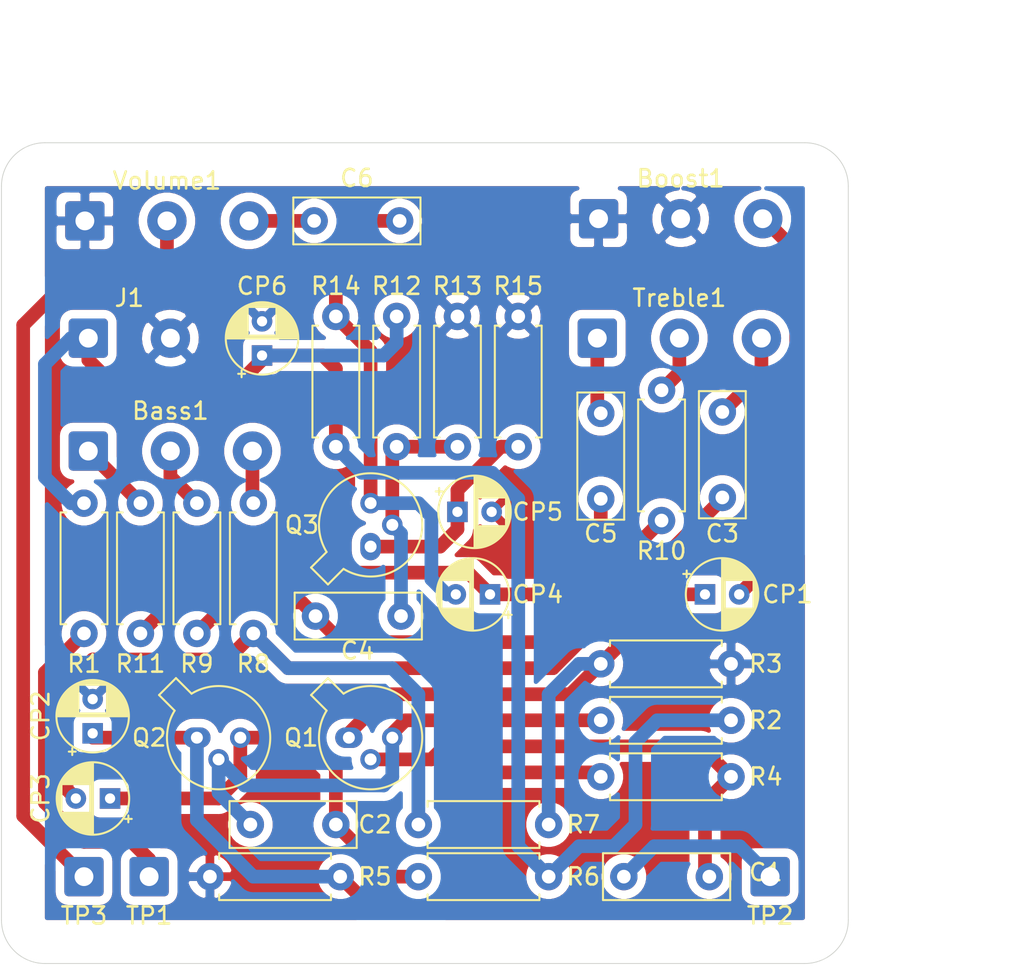
<source format=kicad_pcb>
(kicad_pcb (version 20171130) (host pcbnew 5.1.8+dfsg1-1~bpo10+1)
  (layers (0 F.Cu signal) (31 B.Cu signal) (34 B.Paste user) (35 F.Paste user) (36 B.SilkS user) (37 F.SilkS user) (38 B.Mask user) (39 F.Mask user) (44 Edge.Cuts user))
  (net 0 "")
  (net 1 GND)
  (net 2 +9V)
  (net 3 "Net-(Bass1-Pad3)")
  (net 4 "Net-(Bass1-Pad2)")
  (net 5 "Net-(Bass1-Pad1)")
  (net 6 "Net-(Boost1-Pad3)")
  (net 7 "Net-(C1-Pad2)")
  (net 8 "Net-(C1-Pad1)")
  (net 9 "Net-(C2-Pad1)")
  (net 10 "Net-(C2-Pad2)")
  (net 11 "Net-(C3-Pad2)")
  (net 12 "Net-(C3-Pad1)")
  (net 13 "Net-(C4-Pad2)")
  (net 14 "Net-(C4-Pad1)")
  (net 15 "Net-(C5-Pad1)")
  (net 16 "Net-(C5-Pad2)")
  (net 17 "Net-(C6-Pad1)")
  (net 18 "Net-(C6-Pad2)")
  (net 19 "Net-(CP1-Pad1)")
  (net 20 "Net-(CP2-Pad1)")
  (net 21 "Net-(CP5-Pad1)")
  (net 22 "Net-(R1-Pad2)")
  (net 23 "Net-(R10-Pad1)")
  (net 24 "Net-(TP3-Pad1)")
  (module Connector_Wire:SolderWire-0.5sqmm_1x03_P4.8mm_D0.9mm_OD2.3mm (layer F.Cu) (at 157.48 62.484)
    (fp_text reference Bass1 (at 4.8 -2.35) (layer F.SilkS))
    (fp_text value B100K)
    (pad 3 thru_hole circle (at 9.6 0) (size 2.3 2.3) (drill 1.1) (layers *.Cu *.Mask) (net 3 "Net-(Bass1-Pad3)"))
    (pad 2 thru_hole circle (at 4.8 0) (size 2.3 2.3) (drill 1.1) (layers *.Cu *.Mask) (net 4 "Net-(Bass1-Pad2)"))
    (pad 1 thru_hole roundrect (at 0 0) (size 2.3 2.3) (drill 1.1) (layers *.Cu *.Mask) (roundrect_rratio 0.108696) (net 5 "Net-(Bass1-Pad1)"))
  )
  (module Connector_Wire:SolderWire-0.5sqmm_1x03_P4.8mm_D0.9mm_OD2.3mm (layer F.Cu) (at 187.325 48.895)
    (fp_text reference Boost1 (at 4.8 -2.35) (layer F.SilkS))
    (fp_text value B10K)
    (pad 3 thru_hole circle (at 9.6 0) (size 2.3 2.3) (drill 1.1) (layers *.Cu *.Mask) (net 6 "Net-(Boost1-Pad3)"))
    (pad 2 thru_hole circle (at 4.8 0) (size 2.3 2.3) (drill 1.1) (layers *.Cu *.Mask) (net 1 GND))
    (pad 1 thru_hole roundrect (at 0 0) (size 2.3 2.3) (drill 1.1) (layers *.Cu *.Mask) (roundrect_rratio 0.108696) (net 1 GND))
  )
  (module Capacitor_THT:C_Rect_L7.2mm_W2.5mm_P5.00mm_FKS2_FKP2_MKS2_MKP2 (layer F.Cu) (at 193.802 87.376 180)
    (fp_text reference C1 (at -3.302 0.254) (layer F.SilkS))
    (fp_text value 220nF)
    (pad 2 thru_hole circle (at 5 0 180) (size 1.6 1.6) (drill 0.8) (layers *.Cu *.Mask) (net 7 "Net-(C1-Pad2)"))
    (pad 1 thru_hole circle (at 0 0 180) (size 1.6 1.6) (drill 0.8) (layers *.Cu *.Mask) (net 8 "Net-(C1-Pad1)"))
  )
  (module Capacitor_THT:C_Rect_L7.2mm_W2.5mm_P5.00mm_FKS2_FKP2_MKS2_MKP2 (layer F.Cu) (at 171.958 84.328 180)
    (fp_text reference C2 (at -2.286 0) (layer F.SilkS))
    (fp_text value 470pF)
    (pad 1 thru_hole circle (at 0 0 180) (size 1.6 1.6) (drill 0.8) (layers *.Cu *.Mask) (net 9 "Net-(C2-Pad1)"))
    (pad 2 thru_hole circle (at 5 0 180) (size 1.6 1.6) (drill 0.8) (layers *.Cu *.Mask) (net 10 "Net-(C2-Pad2)"))
  )
  (module Capacitor_THT:C_Rect_L7.2mm_W2.5mm_P5.00mm_FKS2_FKP2_MKS2_MKP2 (layer F.Cu) (at 194.564 60.198 270)
    (fp_text reference C3 (at 7.112 0 180) (layer F.SilkS))
    (fp_text value 10nF)
    (pad 2 thru_hole circle (at 5 0 270) (size 1.6 1.6) (drill 0.8) (layers *.Cu *.Mask) (net 11 "Net-(C3-Pad2)"))
    (pad 1 thru_hole circle (at 0 0 270) (size 1.6 1.6) (drill 0.8) (layers *.Cu *.Mask) (net 12 "Net-(C3-Pad1)"))
  )
  (module Capacitor_THT:C_Rect_L7.2mm_W2.5mm_P5.00mm_FKS2_FKP2_MKS2_MKP2 (layer F.Cu) (at 175.768 72.136 180)
    (fp_text reference C4 (at 2.54 -2.032) (layer F.SilkS))
    (fp_text value 100nF)
    (pad 2 thru_hole circle (at 5 0 180) (size 1.6 1.6) (drill 0.8) (layers *.Cu *.Mask) (net 13 "Net-(C4-Pad2)"))
    (pad 1 thru_hole circle (at 0 0 180) (size 1.6 1.6) (drill 0.8) (layers *.Cu *.Mask) (net 14 "Net-(C4-Pad1)"))
  )
  (module Capacitor_THT:C_Rect_L7.2mm_W2.5mm_P5.00mm_FKS2_FKP2_MKS2_MKP2 (layer F.Cu) (at 187.452 65.278 90)
    (fp_text reference C5 (at -2.032 0 180) (layer F.SilkS))
    (fp_text value 10nF)
    (pad 1 thru_hole circle (at 0 0 90) (size 1.6 1.6) (drill 0.8) (layers *.Cu *.Mask) (net 15 "Net-(C5-Pad1)"))
    (pad 2 thru_hole circle (at 5 0 90) (size 1.6 1.6) (drill 0.8) (layers *.Cu *.Mask) (net 16 "Net-(C5-Pad2)"))
  )
  (module Capacitor_THT:C_Rect_L7.2mm_W2.5mm_P5.00mm_FKS2_FKP2_MKS2_MKP2 (layer F.Cu) (at 170.688 49.022)
    (fp_text reference C6 (at 2.5 -2.5) (layer F.SilkS))
    (fp_text value 220nF)
    (pad 1 thru_hole circle (at 0 0) (size 1.6 1.6) (drill 0.8) (layers *.Cu *.Mask) (net 17 "Net-(C6-Pad1)"))
    (pad 2 thru_hole circle (at 5 0) (size 1.6 1.6) (drill 0.8) (layers *.Cu *.Mask) (net 18 "Net-(C6-Pad2)"))
  )
  (module Capacitor_THT:CP_Radial_D4.0mm_P2.00mm (layer F.Cu) (at 193.548 70.866)
    (fp_text reference CP1 (at 4.826 0) (layer F.SilkS))
    (fp_text value 10uF)
    (pad 2 thru_hole circle (at 2 0) (size 1.2 1.2) (drill 0.6) (layers *.Cu *.Mask) (net 6 "Net-(Boost1-Pad3)"))
    (pad 1 thru_hole rect (at 0 0) (size 1.2 1.2) (drill 0.6) (layers *.Cu *.Mask) (net 19 "Net-(CP1-Pad1)"))
  )
  (module Capacitor_THT:CP_Radial_D4.0mm_P2.00mm (layer F.Cu) (at 157.734 78.994 90)
    (fp_text reference CP2 (at 1.016 -3.048 270) (layer F.SilkS))
    (fp_text value 22uF)
    (pad 1 thru_hole rect (at 0 0 90) (size 1.2 1.2) (drill 0.6) (layers *.Cu *.Mask) (net 20 "Net-(CP2-Pad1)"))
    (pad 2 thru_hole circle (at 2 0 90) (size 1.2 1.2) (drill 0.6) (layers *.Cu *.Mask) (net 1 GND))
  )
  (module Capacitor_THT:CP_Radial_D4.0mm_P2.00mm (layer F.Cu) (at 158.75 82.804 180)
    (fp_text reference CP3 (at 4.064 0 90) (layer F.SilkS))
    (fp_text value 4.7uF)
    (pad 2 thru_hole circle (at 2 0 180) (size 1.2 1.2) (drill 0.6) (layers *.Cu *.Mask) (net 11 "Net-(C3-Pad2)"))
    (pad 1 thru_hole rect (at 0 0 180) (size 1.2 1.2) (drill 0.6) (layers *.Cu *.Mask) (net 9 "Net-(C2-Pad1)"))
  )
  (module Capacitor_THT:CP_Radial_D4.0mm_P2.00mm (layer F.Cu) (at 180.975 70.866 180)
    (fp_text reference CP4 (at -2.794 0) (layer F.SilkS))
    (fp_text value 4.7uF)
    (pad 1 thru_hole rect (at 0 0 180) (size 1.2 1.2) (drill 0.6) (layers *.Cu *.Mask) (net 15 "Net-(C5-Pad1)"))
    (pad 2 thru_hole circle (at 2 0 180) (size 1.2 1.2) (drill 0.6) (layers *.Cu *.Mask) (net 18 "Net-(C6-Pad2)"))
  )
  (module Capacitor_THT:CP_Radial_D4.0mm_P2.00mm (layer F.Cu) (at 179.07 66.04)
    (fp_text reference CP5 (at 4.699 0) (layer F.SilkS))
    (fp_text value 22uF)
    (pad 1 thru_hole rect (at 0 0) (size 1.2 1.2) (drill 0.6) (layers *.Cu *.Mask) (net 21 "Net-(CP5-Pad1)"))
    (pad 2 thru_hole circle (at 2 0) (size 1.2 1.2) (drill 0.6) (layers *.Cu *.Mask) (net 1 GND))
  )
  (module Capacitor_THT:CP_Radial_D4.0mm_P2.00mm (layer F.Cu) (at 167.64 56.896 90)
    (fp_text reference CP6 (at 4.064 0 180) (layer F.SilkS))
    (fp_text value 47uF)
    (pad 2 thru_hole circle (at 2 0 90) (size 1.2 1.2) (drill 0.6) (layers *.Cu *.Mask) (net 1 GND))
    (pad 1 thru_hole rect (at 0 0 90) (size 1.2 1.2) (drill 0.6) (layers *.Cu *.Mask) (net 2 +9V))
  )
  (module Connector_Wire:SolderWire-0.5sqmm_1x02_P4.8mm_D0.9mm_OD2.3mm (layer F.Cu) (at 157.48 55.88)
    (fp_text reference J1 (at 2.4 -2.35) (layer F.SilkS))
    (fp_text value Jack-DC)
    (pad 1 thru_hole roundrect (at 0 0) (size 2.3 2.3) (drill 1.1) (layers *.Cu *.Mask) (roundrect_rratio 0.108696) (net 2 +9V))
    (pad 2 thru_hole circle (at 4.8 0) (size 2.3 2.3) (drill 1.1) (layers *.Cu *.Mask) (net 1 GND))
  )
  (module Package_TO_SOT_THT:TO-18-3 (layer F.Cu) (at 172.72 79.248)
    (fp_text reference Q1 (at -2.794 0) (layer F.SilkS))
    (fp_text value BC109)
    (pad 1 thru_hole oval (at 0 0) (size 1.6 1.2) (drill 0.7) (layers *.Cu *.Mask) (net 19 "Net-(CP1-Pad1)"))
    (pad 2 thru_hole oval (at 1.27 1.27) (size 1.2 1.2) (drill 0.7) (layers *.Cu *.Mask) (net 8 "Net-(C1-Pad1)"))
    (pad 3 thru_hole oval (at 2.54 0) (size 1.2 1.2) (drill 0.7) (layers *.Cu *.Mask) (net 10 "Net-(C2-Pad2)"))
  )
  (module Package_TO_SOT_THT:TO-18-3 (layer F.Cu) (at 163.83 79.248)
    (fp_text reference Q2 (at -2.794 0) (layer F.SilkS))
    (fp_text value BC109)
    (pad 3 thru_hole oval (at 2.54 0) (size 1.2 1.2) (drill 0.7) (layers *.Cu *.Mask) (net 9 "Net-(C2-Pad1)"))
    (pad 2 thru_hole oval (at 1.27 1.27) (size 1.2 1.2) (drill 0.7) (layers *.Cu *.Mask) (net 10 "Net-(C2-Pad2)"))
    (pad 1 thru_hole oval (at 0 0) (size 1.6 1.2) (drill 0.7) (layers *.Cu *.Mask) (net 20 "Net-(CP2-Pad1)"))
  )
  (module Package_TO_SOT_THT:TO-18-3 (layer F.Cu) (at 173.99 68.072 90)
    (fp_text reference Q3 (at 1.27 -4.02 180) (layer F.SilkS))
    (fp_text value BC109)
    (pad 1 thru_hole oval (at 0 0 90) (size 1.6 1.2) (drill 0.7) (layers *.Cu *.Mask) (net 21 "Net-(CP5-Pad1)"))
    (pad 2 thru_hole oval (at 1.27 1.27 90) (size 1.2 1.2) (drill 0.7) (layers *.Cu *.Mask) (net 14 "Net-(C4-Pad1)"))
    (pad 3 thru_hole oval (at 2.54 0 90) (size 1.2 1.2) (drill 0.7) (layers *.Cu *.Mask) (net 18 "Net-(C6-Pad2)"))
  )
  (module Resistor_THT:R_Axial_DIN0207_L6.3mm_D2.5mm_P7.62mm_Horizontal (layer F.Cu) (at 157.226 65.532 270)
    (fp_text reference R1 (at 9.398 0 180) (layer F.SilkS))
    (fp_text value 10K)
    (pad 2 thru_hole oval (at 7.62 0 270) (size 1.6 1.6) (drill 0.8) (layers *.Cu *.Mask) (net 22 "Net-(R1-Pad2)"))
    (pad 1 thru_hole circle (at 0 0 270) (size 1.6 1.6) (drill 0.8) (layers *.Cu *.Mask) (net 2 +9V))
  )
  (module Resistor_THT:R_Axial_DIN0207_L6.3mm_D2.5mm_P7.62mm_Horizontal (layer F.Cu) (at 195.072 78.232 180)
    (fp_text reference R2 (at -2.032 0) (layer F.SilkS))
    (fp_text value 100K)
    (pad 2 thru_hole oval (at 7.62 0 180) (size 1.6 1.6) (drill 0.8) (layers *.Cu *.Mask) (net 10 "Net-(C2-Pad2)"))
    (pad 1 thru_hole circle (at 0 0 180) (size 1.6 1.6) (drill 0.8) (layers *.Cu *.Mask) (net 2 +9V))
  )
  (module Resistor_THT:R_Axial_DIN0207_L6.3mm_D2.5mm_P7.62mm_Horizontal (layer F.Cu) (at 187.452 74.93)
    (fp_text reference R3 (at 9.652 0) (layer F.SilkS))
    (fp_text value 6.8K)
    (pad 1 thru_hole circle (at 0 0) (size 1.6 1.6) (drill 0.8) (layers *.Cu *.Mask) (net 19 "Net-(CP1-Pad1)"))
    (pad 2 thru_hole oval (at 7.62 0) (size 1.6 1.6) (drill 0.8) (layers *.Cu *.Mask) (net 1 GND))
  )
  (module Resistor_THT:R_Axial_DIN0207_L6.3mm_D2.5mm_P7.62mm_Horizontal (layer F.Cu) (at 195.072 81.534 180)
    (fp_text reference R4 (at -2.032 0) (layer F.SilkS))
    (fp_text value 150K)
    (pad 1 thru_hole circle (at 0 0 180) (size 1.6 1.6) (drill 0.8) (layers *.Cu *.Mask) (net 8 "Net-(C1-Pad1)"))
    (pad 2 thru_hole oval (at 7.62 0 180) (size 1.6 1.6) (drill 0.8) (layers *.Cu *.Mask) (net 20 "Net-(CP2-Pad1)"))
  )
  (module Resistor_THT:R_Axial_DIN0207_L6.3mm_D2.5mm_P7.62mm_Horizontal (layer F.Cu) (at 172.212 87.376 180)
    (fp_text reference R5 (at -2.032 0) (layer F.SilkS))
    (fp_text value 470)
    (pad 2 thru_hole oval (at 7.62 0 180) (size 1.6 1.6) (drill 0.8) (layers *.Cu *.Mask) (net 1 GND))
    (pad 1 thru_hole circle (at 0 0 180) (size 1.6 1.6) (drill 0.8) (layers *.Cu *.Mask) (net 20 "Net-(CP2-Pad1)"))
  )
  (module Resistor_THT:R_Axial_DIN0207_L6.3mm_D2.5mm_P7.62mm_Horizontal (layer F.Cu) (at 184.404 87.376 180)
    (fp_text reference R6 (at -2.032 0) (layer F.SilkS))
    (fp_text value 2K)
    (pad 2 thru_hole oval (at 7.62 0 180) (size 1.6 1.6) (drill 0.8) (layers *.Cu *.Mask) (net 9 "Net-(C2-Pad1)"))
    (pad 1 thru_hole circle (at 0 0 180) (size 1.6 1.6) (drill 0.8) (layers *.Cu *.Mask) (net 2 +9V))
  )
  (module Resistor_THT:R_Axial_DIN0207_L6.3mm_D2.5mm_P7.62mm_Horizontal (layer F.Cu) (at 176.784 84.328)
    (fp_text reference R7 (at 9.652 0) (layer F.SilkS))
    (fp_text value 12K)
    (pad 2 thru_hole oval (at 7.62 0) (size 1.6 1.6) (drill 0.8) (layers *.Cu *.Mask) (net 19 "Net-(CP1-Pad1)"))
    (pad 1 thru_hole circle (at 0 0) (size 1.6 1.6) (drill 0.8) (layers *.Cu *.Mask) (net 11 "Net-(C3-Pad2)"))
  )
  (module Resistor_THT:R_Axial_DIN0207_L6.3mm_D2.5mm_P7.62mm_Horizontal (layer F.Cu) (at 167.132 65.532 270)
    (fp_text reference R8 (at 9.398 0 180) (layer F.SilkS))
    (fp_text value 4.7K)
    (pad 1 thru_hole circle (at 0 0 270) (size 1.6 1.6) (drill 0.8) (layers *.Cu *.Mask) (net 3 "Net-(Bass1-Pad3)"))
    (pad 2 thru_hole oval (at 7.62 0 270) (size 1.6 1.6) (drill 0.8) (layers *.Cu *.Mask) (net 11 "Net-(C3-Pad2)"))
  )
  (module Resistor_THT:R_Axial_DIN0207_L6.3mm_D2.5mm_P7.62mm_Horizontal (layer F.Cu) (at 163.83 73.152 90)
    (fp_text reference R9 (at -1.778 0 180) (layer F.SilkS))
    (fp_text value 33K)
    (pad 1 thru_hole circle (at 0 0 90) (size 1.6 1.6) (drill 0.8) (layers *.Cu *.Mask) (net 13 "Net-(C4-Pad2)"))
    (pad 2 thru_hole oval (at 7.62 0 90) (size 1.6 1.6) (drill 0.8) (layers *.Cu *.Mask) (net 4 "Net-(Bass1-Pad2)"))
  )
  (module Resistor_THT:R_Axial_DIN0207_L6.3mm_D2.5mm_P7.62mm_Horizontal (layer F.Cu) (at 191.008 58.928 270)
    (fp_text reference R10 (at 9.398 0 180) (layer F.SilkS))
    (fp_text value 5.1K)
    (pad 1 thru_hole circle (at 0 0 270) (size 1.6 1.6) (drill 0.8) (layers *.Cu *.Mask) (net 23 "Net-(R10-Pad1)"))
    (pad 2 thru_hole oval (at 7.62 0 270) (size 1.6 1.6) (drill 0.8) (layers *.Cu *.Mask) (net 13 "Net-(C4-Pad2)"))
  )
  (module Resistor_THT:R_Axial_DIN0207_L6.3mm_D2.5mm_P7.62mm_Horizontal (layer F.Cu) (at 160.528 73.152 90)
    (fp_text reference R11 (at -1.778 0 180) (layer F.SilkS))
    (fp_text value 4.7K)
    (pad 2 thru_hole oval (at 7.62 0 90) (size 1.6 1.6) (drill 0.8) (layers *.Cu *.Mask) (net 5 "Net-(Bass1-Pad1)"))
    (pad 1 thru_hole circle (at 0 0 90) (size 1.6 1.6) (drill 0.8) (layers *.Cu *.Mask) (net 15 "Net-(C5-Pad1)"))
  )
  (module Resistor_THT:R_Axial_DIN0207_L6.3mm_D2.5mm_P7.62mm_Horizontal (layer F.Cu) (at 175.514 62.23 90)
    (fp_text reference R12 (at 9.398 0 180) (layer F.SilkS))
    (fp_text value 150K)
    (pad 1 thru_hole circle (at 0 0 90) (size 1.6 1.6) (drill 0.8) (layers *.Cu *.Mask) (net 14 "Net-(C4-Pad1)"))
    (pad 2 thru_hole oval (at 7.62 0 90) (size 1.6 1.6) (drill 0.8) (layers *.Cu *.Mask) (net 2 +9V))
  )
  (module Resistor_THT:R_Axial_DIN0207_L6.3mm_D2.5mm_P7.62mm_Horizontal (layer F.Cu) (at 179.07 54.61 270)
    (fp_text reference R13 (at -1.778 0 180) (layer F.SilkS))
    (fp_text value 33K)
    (pad 2 thru_hole oval (at 7.62 0 270) (size 1.6 1.6) (drill 0.8) (layers *.Cu *.Mask) (net 14 "Net-(C4-Pad1)"))
    (pad 1 thru_hole circle (at 0 0 270) (size 1.6 1.6) (drill 0.8) (layers *.Cu *.Mask) (net 1 GND))
  )
  (module Resistor_THT:R_Axial_DIN0207_L6.3mm_D2.5mm_P7.62mm_Horizontal (layer F.Cu) (at 171.958 54.61 270)
    (fp_text reference R14 (at -1.778 0 180) (layer F.SilkS))
    (fp_text value 2K)
    (pad 1 thru_hole circle (at 0 0 270) (size 1.6 1.6) (drill 0.8) (layers *.Cu *.Mask) (net 18 "Net-(C6-Pad2)"))
    (pad 2 thru_hole oval (at 7.62 0 270) (size 1.6 1.6) (drill 0.8) (layers *.Cu *.Mask) (net 2 +9V))
  )
  (module Resistor_THT:R_Axial_DIN0207_L6.3mm_D2.5mm_P7.62mm_Horizontal (layer F.Cu) (at 182.626 54.61 270)
    (fp_text reference R15 (at -1.778 0 180) (layer F.SilkS))
    (fp_text value 470)
    (pad 1 thru_hole circle (at 0 0 270) (size 1.6 1.6) (drill 0.8) (layers *.Cu *.Mask) (net 1 GND))
    (pad 2 thru_hole oval (at 7.62 0 270) (size 1.6 1.6) (drill 0.8) (layers *.Cu *.Mask) (net 21 "Net-(CP5-Pad1)"))
  )
  (module Connector_Wire:SolderWire-0.5sqmm_1x01_D0.9mm_OD2.3mm (layer F.Cu) (at 161.036 87.376)
    (fp_text reference TP1 (at 0 2.286) (layer F.SilkS))
    (fp_text value LED_9V)
    (pad 1 thru_hole roundrect (at 0 0) (size 2.3 2.3) (drill 1.1) (layers *.Cu *.Mask) (roundrect_rratio 0.108696) (net 22 "Net-(R1-Pad2)"))
  )
  (module Connector_Wire:SolderWire-0.5sqmm_1x01_D0.9mm_OD2.3mm (layer F.Cu) (at 197.358 87.376)
    (fp_text reference TP2 (at 0 2.286) (layer F.SilkS))
    (fp_text value IN)
    (pad 1 thru_hole roundrect (at 0 0) (size 2.3 2.3) (drill 1.1) (layers *.Cu *.Mask) (roundrect_rratio 0.108696) (net 7 "Net-(C1-Pad2)"))
  )
  (module Connector_Wire:SolderWire-0.5sqmm_1x01_D0.9mm_OD2.3mm (layer F.Cu) (at 157.226 87.376)
    (fp_text reference TP3 (at 0 2.286) (layer F.SilkS))
    (fp_text value OUT)
    (pad 1 thru_hole roundrect (at 0 0) (size 2.3 2.3) (drill 1.1) (layers *.Cu *.Mask) (roundrect_rratio 0.108696) (net 24 "Net-(TP3-Pad1)"))
  )
  (module Connector_Wire:SolderWire-0.5sqmm_1x03_P4.8mm_D0.9mm_OD2.3mm (layer F.Cu) (at 187.25 55.88)
    (fp_text reference Treble1 (at 4.8 -2.35) (layer F.SilkS))
    (fp_text value B100K)
    (pad 1 thru_hole roundrect (at 0 0) (size 2.3 2.3) (drill 1.1) (layers *.Cu *.Mask) (roundrect_rratio 0.108696) (net 16 "Net-(C5-Pad2)"))
    (pad 2 thru_hole circle (at 4.8 0) (size 2.3 2.3) (drill 1.1) (layers *.Cu *.Mask) (net 23 "Net-(R10-Pad1)"))
    (pad 3 thru_hole circle (at 9.6 0) (size 2.3 2.3) (drill 1.1) (layers *.Cu *.Mask) (net 12 "Net-(C3-Pad1)"))
  )
  (module Connector_Wire:SolderWire-0.5sqmm_1x03_P4.8mm_D0.9mm_OD2.3mm (layer F.Cu) (at 157.278 49.022)
    (fp_text reference Volume1 (at 4.8 -2.35) (layer F.SilkS))
    (fp_text value A500K)
    (pad 1 thru_hole roundrect (at 0 0) (size 2.3 2.3) (drill 1.1) (layers *.Cu *.Mask) (roundrect_rratio 0.108696) (net 1 GND))
    (pad 2 thru_hole circle (at 4.8 0) (size 2.3 2.3) (drill 1.1) (layers *.Cu *.Mask) (net 24 "Net-(TP3-Pad1)"))
    (pad 3 thru_hole circle (at 9.6 0) (size 2.3 2.3) (drill 1.1) (layers *.Cu *.Mask) (net 17 "Net-(C6-Pad1)"))
  )
  (gr_arc (start 154.94 46.99) (end 154.94 44.45) (angle -90) (layer Edge.Cuts) (width 0.05))
  (gr_arc (start 199.39 46.99) (end 201.93 46.99) (angle -90) (layer Edge.Cuts) (width 0.05))
  (gr_arc (start 199.39 89.916) (end 199.39 92.456) (angle -90) (layer Edge.Cuts) (width 0.05))
  (gr_arc (start 154.94 89.916) (end 152.4 89.916) (angle -90) (layer Edge.Cuts) (width 0.05))
  (gr_line (start 152.4 89.916) (end 152.4 46.99) (layer Edge.Cuts) (width 0.05))
  (gr_line (start 199.39 92.456) (end 154.94 92.456) (layer Edge.Cuts) (width 0.05))
  (gr_line (start 201.93 46.99) (end 201.93 89.916) (layer Edge.Cuts) (width 0.05))
  (gr_line (start 154.94 44.45) (end 199.39 44.45) (layer Edge.Cuts) (width 0.05))
  (segment (start 171.958 57.658) (end 171.958 62.23) (width 0.8) (layer F.Cu) (net 2))
  (segment (start 167.64 56.896) (end 171.196 56.896) (width 0.8) (layer F.Cu) (net 2))
  (segment (start 171.196 56.896) (end 171.958 57.658) (width 0.8) (layer F.Cu) (net 2))
  (segment (start 167.64 56.896) (end 174.752 56.896) (width 0.8) (layer B.Cu) (net 2))
  (segment (start 175.514 56.134) (end 175.514 54.61) (width 0.8) (layer B.Cu) (net 2))
  (segment (start 174.752 56.896) (end 175.514 56.134) (width 0.8) (layer B.Cu) (net 2))
  (segment (start 166.624 58.166) (end 167.64 57.15) (width 0.8) (layer F.Cu) (net 2))
  (segment (start 157.48 55.88) (end 157.48 57.15) (width 0.8) (layer F.Cu) (net 2))
  (segment (start 158.496 58.166) (end 166.624 58.166) (width 0.8) (layer F.Cu) (net 2))
  (segment (start 157.48 57.15) (end 158.496 58.166) (width 0.8) (layer F.Cu) (net 2))
  (segment (start 154.94 57.404) (end 154.94 64.008) (width 0.8) (layer B.Cu) (net 2))
  (segment (start 156.464 65.532) (end 157.226 65.532) (width 0.8) (layer B.Cu) (net 2))
  (segment (start 154.94 64.008) (end 156.464 65.532) (width 0.8) (layer B.Cu) (net 2))
  (segment (start 157.48 55.88) (end 156.464 55.88) (width 0.8) (layer B.Cu) (net 2))
  (segment (start 156.464 55.88) (end 154.94 57.404) (width 0.8) (layer B.Cu) (net 2))
  (segment (start 182.626 85.598) (end 184.404 87.376) (width 0.8) (layer B.Cu) (net 2))
  (segment (start 182.626 65.278) (end 182.626 85.598) (width 0.8) (layer B.Cu) (net 2))
  (segment (start 181.102 63.754) (end 182.626 65.278) (width 0.8) (layer B.Cu) (net 2))
  (segment (start 171.958 62.23) (end 173.482 63.754) (width 0.8) (layer B.Cu) (net 2))
  (segment (start 173.482 63.754) (end 181.102 63.754) (width 0.8) (layer B.Cu) (net 2))
  (segment (start 188.214 85.598) (end 186.182 85.598) (width 0.8) (layer B.Cu) (net 2))
  (segment (start 189.484 79.502) (end 189.484 84.328) (width 0.8) (layer B.Cu) (net 2))
  (segment (start 195.072 78.232) (end 190.754 78.232) (width 0.8) (layer B.Cu) (net 2))
  (segment (start 186.182 85.598) (end 184.404 87.376) (width 0.8) (layer B.Cu) (net 2))
  (segment (start 189.484 84.328) (end 188.214 85.598) (width 0.8) (layer B.Cu) (net 2))
  (segment (start 190.754 78.232) (end 189.484 79.502) (width 0.8) (layer B.Cu) (net 2))
  (segment (start 167.08 65.48) (end 167.132 65.532) (width 0.8) (layer F.Cu) (net 3))
  (segment (start 167.08 62.484) (end 167.08 65.48) (width 0.8) (layer F.Cu) (net 3))
  (segment (start 162.28 63.982) (end 163.83 65.532) (width 0.8) (layer F.Cu) (net 4))
  (segment (start 162.28 62.484) (end 162.28 63.982) (width 0.8) (layer F.Cu) (net 4))
  (segment (start 157.48 62.484) (end 160.528 65.532) (width 0.8) (layer F.Cu) (net 5))
  (segment (start 198.882 67.532) (end 195.548 70.866) (width 0.8) (layer F.Cu) (net 6))
  (segment (start 198.882 50.8) (end 198.882 67.532) (width 0.8) (layer F.Cu) (net 6))
  (segment (start 196.925 48.895) (end 196.977 48.895) (width 0.8) (layer F.Cu) (net 6))
  (segment (start 196.977 48.895) (end 198.882 50.8) (width 0.8) (layer F.Cu) (net 6))
  (segment (start 188.802 87.376) (end 190.58 85.598) (width 0.8) (layer B.Cu) (net 7))
  (segment (start 195.58 85.598) (end 197.358 87.376) (width 0.8) (layer B.Cu) (net 7))
  (segment (start 190.58 85.598) (end 195.58 85.598) (width 0.8) (layer B.Cu) (net 7))
  (segment (start 193.548 87.122) (end 193.802 87.376) (width 0.8) (layer F.Cu) (net 8))
  (segment (start 195.072 81.534) (end 193.548 83.058) (width 0.8) (layer F.Cu) (net 8))
  (segment (start 193.548 83.058) (end 193.548 87.122) (width 0.8) (layer F.Cu) (net 8))
  (segment (start 178.308 79.756) (end 193.294 79.756) (width 0.8) (layer F.Cu) (net 8))
  (segment (start 193.294 79.756) (end 195.072 81.534) (width 0.8) (layer F.Cu) (net 8))
  (segment (start 173.99 80.518) (end 177.546 80.518) (width 0.8) (layer F.Cu) (net 8))
  (segment (start 177.546 80.518) (end 178.308 79.756) (width 0.8) (layer F.Cu) (net 8))
  (segment (start 158.75 82.804) (end 165.1 82.804) (width 0.8) (layer F.Cu) (net 9))
  (segment (start 166.37 81.534) (end 166.37 79.248) (width 0.8) (layer F.Cu) (net 9))
  (segment (start 165.1 82.804) (end 166.37 81.534) (width 0.8) (layer F.Cu) (net 9))
  (segment (start 171.958 81.026) (end 171.958 84.328) (width 0.8) (layer F.Cu) (net 9))
  (segment (start 166.37 79.248) (end 170.18 79.248) (width 0.8) (layer F.Cu) (net 9))
  (segment (start 170.18 79.248) (end 171.958 81.026) (width 0.8) (layer F.Cu) (net 9))
  (segment (start 175.006 87.376) (end 176.784 87.376) (width 0.8) (layer F.Cu) (net 9))
  (segment (start 171.958 84.328) (end 175.006 87.376) (width 0.8) (layer F.Cu) (net 9))
  (segment (start 176.022 78.232) (end 175.26 78.994) (width 0.8) (layer F.Cu) (net 10))
  (segment (start 187.452 78.232) (end 176.022 78.232) (width 0.8) (layer F.Cu) (net 10))
  (segment (start 166.624 82.042) (end 165.1 80.518) (width 0.8) (layer B.Cu) (net 10))
  (segment (start 174.752 82.042) (end 166.624 82.042) (width 0.8) (layer B.Cu) (net 10))
  (segment (start 175.26 79.248) (end 175.26 81.534) (width 0.8) (layer B.Cu) (net 10))
  (segment (start 175.26 81.534) (end 174.752 82.042) (width 0.8) (layer B.Cu) (net 10))
  (segment (start 165.1 82.47) (end 166.958 84.328) (width 0.8) (layer B.Cu) (net 10))
  (segment (start 165.1 80.518) (end 165.1 82.47) (width 0.8) (layer B.Cu) (net 10))
  (segment (start 194.564 65.278) (end 194.564 65.198) (width 0.8) (layer F.Cu) (net 11))
  (segment (start 184.658 75.184) (end 194.564 65.278) (width 0.8) (layer F.Cu) (net 11))
  (segment (start 167.132 73.152) (end 169.164 75.184) (width 0.8) (layer F.Cu) (net 11))
  (segment (start 169.164 75.184) (end 184.658 75.184) (width 0.8) (layer F.Cu) (net 11))
  (segment (start 157.734 74.676) (end 165.608 74.676) (width 0.8) (layer F.Cu) (net 11))
  (segment (start 156.21 76.2) (end 157.734 74.676) (width 0.8) (layer F.Cu) (net 11))
  (segment (start 165.608 74.676) (end 167.132 73.152) (width 0.8) (layer F.Cu) (net 11))
  (segment (start 156.75 82.804) (end 156.21 82.264) (width 0.8) (layer F.Cu) (net 11))
  (segment (start 156.21 82.264) (end 156.21 76.2) (width 0.8) (layer F.Cu) (net 11))
  (segment (start 168.402 74.422) (end 167.132 73.152) (width 0.8) (layer B.Cu) (net 11))
  (segment (start 169.164 75.184) (end 168.402 74.422) (width 0.8) (layer B.Cu) (net 11))
  (segment (start 175.26 75.184) (end 169.164 75.184) (width 0.8) (layer B.Cu) (net 11))
  (segment (start 176.784 84.328) (end 176.784 76.708) (width 0.8) (layer B.Cu) (net 11))
  (segment (start 176.784 76.708) (end 175.26 75.184) (width 0.8) (layer B.Cu) (net 11))
  (segment (start 196.85 57.912) (end 194.564 60.198) (width 0.8) (layer F.Cu) (net 12))
  (segment (start 196.85 55.88) (end 196.85 57.912) (width 0.8) (layer F.Cu) (net 12))
  (segment (start 165.645999 71.336001) (end 163.83 73.152) (width 0.8) (layer F.Cu) (net 13))
  (segment (start 170.768 72.136) (end 169.968001 71.336001) (width 0.8) (layer F.Cu) (net 13))
  (segment (start 169.968001 71.336001) (end 165.645999 71.336001) (width 0.8) (layer F.Cu) (net 13))
  (segment (start 170.768 72.136) (end 172.292 73.66) (width 0.8) (layer F.Cu) (net 13))
  (segment (start 183.896 73.66) (end 191.008 66.548) (width 0.8) (layer F.Cu) (net 13))
  (segment (start 172.292 73.66) (end 183.896 73.66) (width 0.8) (layer F.Cu) (net 13))
  (segment (start 175.514 62.23) (end 179.07 62.23) (width 0.8) (layer F.Cu) (net 14))
  (segment (start 175.26 62.484) (end 175.26 66.802) (width 0.8) (layer F.Cu) (net 14))
  (segment (start 175.514 62.23) (end 175.26 62.484) (width 0.8) (layer F.Cu) (net 14))
  (segment (start 175.768 67.31) (end 175.768 72.136) (width 0.8) (layer B.Cu) (net 14))
  (segment (start 175.26 66.802) (end 175.768 67.31) (width 0.8) (layer B.Cu) (net 14))
  (segment (start 179.705 69.596) (end 180.975 70.866) (width 0.8) (layer F.Cu) (net 15))
  (segment (start 160.528 73.152) (end 164.084 69.596) (width 0.8) (layer F.Cu) (net 15))
  (segment (start 164.084 69.596) (end 179.705 69.596) (width 0.8) (layer F.Cu) (net 15))
  (segment (start 187.452 67.818) (end 187.452 65.278) (width 0.8) (layer F.Cu) (net 15))
  (segment (start 180.975 70.866) (end 184.404 70.866) (width 0.8) (layer F.Cu) (net 15))
  (segment (start 184.404 70.866) (end 187.452 67.818) (width 0.8) (layer F.Cu) (net 15))
  (segment (start 187.25 60.076) (end 187.452 60.278) (width 0.8) (layer F.Cu) (net 16))
  (segment (start 187.25 55.88) (end 187.25 60.076) (width 0.8) (layer F.Cu) (net 16))
  (segment (start 166.878 49.022) (end 170.688 49.022) (width 0.8) (layer F.Cu) (net 17))
  (segment (start 175.688 49.022) (end 173.736 49.022) (width 0.8) (layer F.Cu) (net 18))
  (segment (start 171.958 50.8) (end 171.958 54.61) (width 0.8) (layer F.Cu) (net 18))
  (segment (start 173.736 49.022) (end 171.958 50.8) (width 0.8) (layer F.Cu) (net 18))
  (segment (start 173.99 56.642) (end 173.99 65.532) (width 0.8) (layer F.Cu) (net 18))
  (segment (start 171.958 54.61) (end 173.99 56.642) (width 0.8) (layer F.Cu) (net 18))
  (segment (start 178.435 70.866) (end 178.975 70.866) (width 0.8) (layer B.Cu) (net 18))
  (segment (start 177.546 69.977) (end 178.435 70.866) (width 0.8) (layer B.Cu) (net 18))
  (segment (start 177.546 66.294) (end 177.546 69.977) (width 0.8) (layer B.Cu) (net 18))
  (segment (start 173.99 65.532) (end 176.784 65.532) (width 0.8) (layer B.Cu) (net 18))
  (segment (start 176.784 65.532) (end 177.546 66.294) (width 0.8) (layer B.Cu) (net 18))
  (segment (start 187.452 74.93) (end 191.516 70.866) (width 0.8) (layer F.Cu) (net 19))
  (segment (start 191.516 70.866) (end 193.548 70.866) (width 0.8) (layer F.Cu) (net 19))
  (segment (start 175.006 76.708) (end 172.72 78.994) (width 0.8) (layer F.Cu) (net 19))
  (segment (start 187.452 74.93) (end 185.674 76.708) (width 0.8) (layer F.Cu) (net 19))
  (segment (start 185.674 76.708) (end 175.006 76.708) (width 0.8) (layer F.Cu) (net 19))
  (segment (start 187.452 74.93) (end 186.182 74.93) (width 0.8) (layer B.Cu) (net 19))
  (segment (start 184.404 76.708) (end 184.404 84.328) (width 0.8) (layer B.Cu) (net 19))
  (segment (start 186.182 74.93) (end 184.404 76.708) (width 0.8) (layer B.Cu) (net 19))
  (segment (start 157.734 79.248) (end 163.83 79.248) (width 0.8) (layer F.Cu) (net 20))
  (segment (start 167.132 87.376) (end 172.212 87.376) (width 0.8) (layer B.Cu) (net 20))
  (segment (start 163.83 79.248) (end 163.83 84.074) (width 0.8) (layer B.Cu) (net 20))
  (segment (start 163.83 84.074) (end 167.132 87.376) (width 0.8) (layer B.Cu) (net 20))
  (segment (start 187.198 81.28) (end 187.452 81.534) (width 0.8) (layer F.Cu) (net 20))
  (segment (start 172.212 87.376) (end 174.244 89.408) (width 0.8) (layer F.Cu) (net 20))
  (segment (start 174.244 89.408) (end 177.292 89.408) (width 0.8) (layer F.Cu) (net 20))
  (segment (start 177.292 89.408) (end 178.562 88.138) (width 0.8) (layer F.Cu) (net 20))
  (segment (start 178.562 88.138) (end 178.562 82.042) (width 0.8) (layer F.Cu) (net 20))
  (segment (start 178.562 82.042) (end 179.324 81.28) (width 0.8) (layer F.Cu) (net 20))
  (segment (start 179.324 81.28) (end 187.198 81.28) (width 0.8) (layer F.Cu) (net 20))
  (segment (start 178.054 68.072) (end 173.99 68.072) (width 0.8) (layer F.Cu) (net 21))
  (segment (start 179.07 67.056) (end 178.054 68.072) (width 0.8) (layer F.Cu) (net 21))
  (segment (start 182.626 62.23) (end 181.61 62.23) (width 0.8) (layer F.Cu) (net 21))
  (segment (start 179.07 64.77) (end 179.07 67.056) (width 0.8) (layer F.Cu) (net 21))
  (segment (start 181.61 62.23) (end 179.07 64.77) (width 0.8) (layer F.Cu) (net 21))
  (segment (start 161.036 86.36) (end 161.036 87.376) (width 0.8) (layer F.Cu) (net 22))
  (segment (start 160.02 85.344) (end 161.036 86.36) (width 0.8) (layer F.Cu) (net 22))
  (segment (start 154.94 83.052002) (end 157.231998 85.344) (width 0.8) (layer F.Cu) (net 22))
  (segment (start 157.226 73.152) (end 154.94 75.438) (width 0.8) (layer F.Cu) (net 22))
  (segment (start 157.231998 85.344) (end 160.02 85.344) (width 0.8) (layer F.Cu) (net 22))
  (segment (start 154.94 75.438) (end 154.94 83.052002) (width 0.8) (layer F.Cu) (net 22))
  (segment (start 192.05 55.88) (end 192.05 57.886) (width 0.8) (layer F.Cu) (net 23))
  (segment (start 192.05 57.886) (end 191.008 58.928) (width 0.8) (layer F.Cu) (net 23))
  (segment (start 156.464 52.324) (end 153.67 55.118) (width 0.8) (layer F.Cu) (net 24))
  (segment (start 153.67 55.118) (end 153.67 83.82) (width 0.8) (layer F.Cu) (net 24))
  (segment (start 161.036 52.324) (end 156.464 52.324) (width 0.8) (layer F.Cu) (net 24))
  (segment (start 153.67 83.82) (end 157.226 87.376) (width 0.8) (layer F.Cu) (net 24))
  (segment (start 162.078 49.022) (end 162.078 51.282) (width 0.8) (layer F.Cu) (net 24))
  (segment (start 162.078 51.282) (end 161.036 52.324) (width 0.8) (layer F.Cu) (net 24))
  (zone (net 1) (net_name GND) (layer F.Cu) (connect_pads (clearance 0.508)) (min_thickness 0.254) (fill yes (arc_segments 32) (thermal_gap 0.508) (thermal_bridge_width 0.508))
    (polygon (pts (xy 199.39 89.916) (xy 154.94 89.916) (xy 154.94 46.99) (xy 199.39 46.99)))
  )
  (zone (net 1) (net_name GND) (layer B.Cu) (connect_pads (clearance 0.508)) (min_thickness 0.254) (fill yes (arc_segments 32) (thermal_gap 0.508) (thermal_bridge_width 0.508))
    (polygon (pts (xy 199.39 89.916) (xy 154.94 89.916) (xy 154.94 46.99) (xy 199.39 46.99)))
  )
)
</source>
